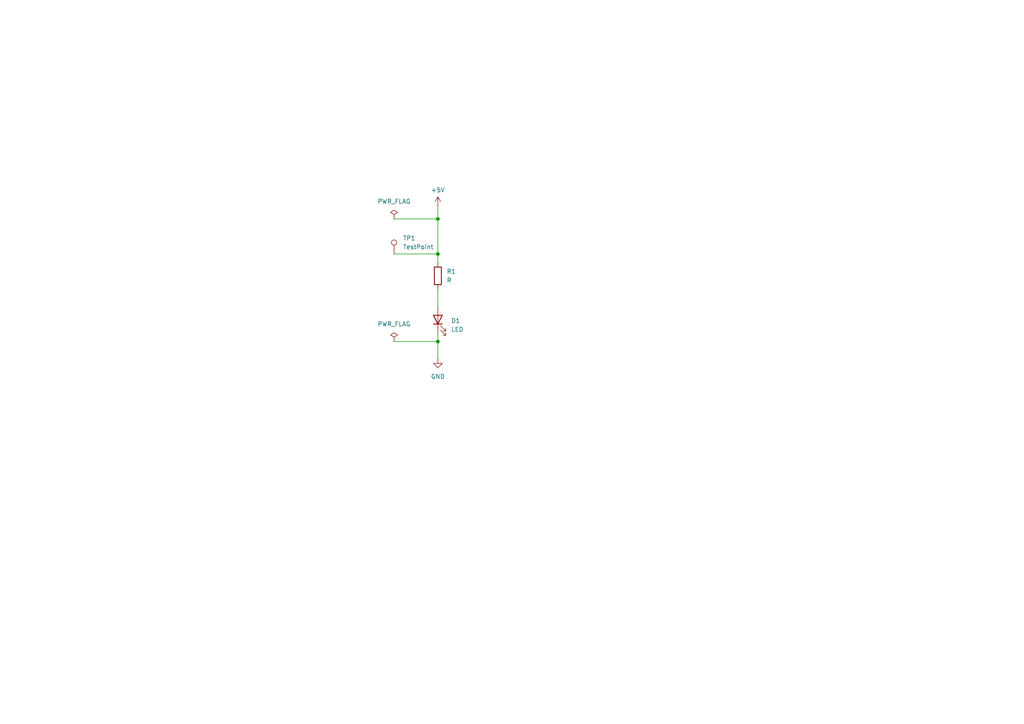
<source format=kicad_sch>
(kicad_sch
	(version 20250114)
	(generator "eeschema")
	(generator_version "9.0")
	(uuid "3a4b552d-394c-4336-b40b-d19ff4d2bdbe")
	(paper "A4")
	(lib_symbols
		(symbol "Connector:TestPoint"
			(pin_numbers
				(hide yes)
			)
			(pin_names
				(offset 0.762)
				(hide yes)
			)
			(exclude_from_sim no)
			(in_bom yes)
			(on_board yes)
			(property "Reference" "TP"
				(at 0 6.858 0)
				(effects
					(font
						(size 1.27 1.27)
					)
				)
			)
			(property "Value" "TestPoint"
				(at 0 5.08 0)
				(effects
					(font
						(size 1.27 1.27)
					)
				)
			)
			(property "Footprint" ""
				(at 5.08 0 0)
				(effects
					(font
						(size 1.27 1.27)
					)
					(hide yes)
				)
			)
			(property "Datasheet" "~"
				(at 5.08 0 0)
				(effects
					(font
						(size 1.27 1.27)
					)
					(hide yes)
				)
			)
			(property "Description" "test point"
				(at 0 0 0)
				(effects
					(font
						(size 1.27 1.27)
					)
					(hide yes)
				)
			)
			(property "ki_keywords" "test point tp"
				(at 0 0 0)
				(effects
					(font
						(size 1.27 1.27)
					)
					(hide yes)
				)
			)
			(property "ki_fp_filters" "Pin* Test*"
				(at 0 0 0)
				(effects
					(font
						(size 1.27 1.27)
					)
					(hide yes)
				)
			)
			(symbol "TestPoint_0_1"
				(circle
					(center 0 3.302)
					(radius 0.762)
					(stroke
						(width 0)
						(type default)
					)
					(fill
						(type none)
					)
				)
			)
			(symbol "TestPoint_1_1"
				(pin passive line
					(at 0 0 90)
					(length 2.54)
					(name "1"
						(effects
							(font
								(size 1.27 1.27)
							)
						)
					)
					(number "1"
						(effects
							(font
								(size 1.27 1.27)
							)
						)
					)
				)
			)
			(embedded_fonts no)
		)
		(symbol "Device:LED"
			(pin_numbers
				(hide yes)
			)
			(pin_names
				(offset 1.016)
				(hide yes)
			)
			(exclude_from_sim no)
			(in_bom yes)
			(on_board yes)
			(property "Reference" "D"
				(at 0 2.54 0)
				(effects
					(font
						(size 1.27 1.27)
					)
				)
			)
			(property "Value" "LED"
				(at 0 -2.54 0)
				(effects
					(font
						(size 1.27 1.27)
					)
				)
			)
			(property "Footprint" ""
				(at 0 0 0)
				(effects
					(font
						(size 1.27 1.27)
					)
					(hide yes)
				)
			)
			(property "Datasheet" "~"
				(at 0 0 0)
				(effects
					(font
						(size 1.27 1.27)
					)
					(hide yes)
				)
			)
			(property "Description" "Light emitting diode"
				(at 0 0 0)
				(effects
					(font
						(size 1.27 1.27)
					)
					(hide yes)
				)
			)
			(property "Sim.Pins" "1=K 2=A"
				(at 0 0 0)
				(effects
					(font
						(size 1.27 1.27)
					)
					(hide yes)
				)
			)
			(property "ki_keywords" "LED diode"
				(at 0 0 0)
				(effects
					(font
						(size 1.27 1.27)
					)
					(hide yes)
				)
			)
			(property "ki_fp_filters" "LED* LED_SMD:* LED_THT:*"
				(at 0 0 0)
				(effects
					(font
						(size 1.27 1.27)
					)
					(hide yes)
				)
			)
			(symbol "LED_0_1"
				(polyline
					(pts
						(xy -3.048 -0.762) (xy -4.572 -2.286) (xy -3.81 -2.286) (xy -4.572 -2.286) (xy -4.572 -1.524)
					)
					(stroke
						(width 0)
						(type default)
					)
					(fill
						(type none)
					)
				)
				(polyline
					(pts
						(xy -1.778 -0.762) (xy -3.302 -2.286) (xy -2.54 -2.286) (xy -3.302 -2.286) (xy -3.302 -1.524)
					)
					(stroke
						(width 0)
						(type default)
					)
					(fill
						(type none)
					)
				)
				(polyline
					(pts
						(xy -1.27 0) (xy 1.27 0)
					)
					(stroke
						(width 0)
						(type default)
					)
					(fill
						(type none)
					)
				)
				(polyline
					(pts
						(xy -1.27 -1.27) (xy -1.27 1.27)
					)
					(stroke
						(width 0.254)
						(type default)
					)
					(fill
						(type none)
					)
				)
				(polyline
					(pts
						(xy 1.27 -1.27) (xy 1.27 1.27) (xy -1.27 0) (xy 1.27 -1.27)
					)
					(stroke
						(width 0.254)
						(type default)
					)
					(fill
						(type none)
					)
				)
			)
			(symbol "LED_1_1"
				(pin passive line
					(at -3.81 0 0)
					(length 2.54)
					(name "K"
						(effects
							(font
								(size 1.27 1.27)
							)
						)
					)
					(number "1"
						(effects
							(font
								(size 1.27 1.27)
							)
						)
					)
				)
				(pin passive line
					(at 3.81 0 180)
					(length 2.54)
					(name "A"
						(effects
							(font
								(size 1.27 1.27)
							)
						)
					)
					(number "2"
						(effects
							(font
								(size 1.27 1.27)
							)
						)
					)
				)
			)
			(embedded_fonts no)
		)
		(symbol "Device:R"
			(pin_numbers
				(hide yes)
			)
			(pin_names
				(offset 0)
			)
			(exclude_from_sim no)
			(in_bom yes)
			(on_board yes)
			(property "Reference" "R"
				(at 2.032 0 90)
				(effects
					(font
						(size 1.27 1.27)
					)
				)
			)
			(property "Value" "R"
				(at 0 0 90)
				(effects
					(font
						(size 1.27 1.27)
					)
				)
			)
			(property "Footprint" ""
				(at -1.778 0 90)
				(effects
					(font
						(size 1.27 1.27)
					)
					(hide yes)
				)
			)
			(property "Datasheet" "~"
				(at 0 0 0)
				(effects
					(font
						(size 1.27 1.27)
					)
					(hide yes)
				)
			)
			(property "Description" "Resistor"
				(at 0 0 0)
				(effects
					(font
						(size 1.27 1.27)
					)
					(hide yes)
				)
			)
			(property "ki_keywords" "R res resistor"
				(at 0 0 0)
				(effects
					(font
						(size 1.27 1.27)
					)
					(hide yes)
				)
			)
			(property "ki_fp_filters" "R_*"
				(at 0 0 0)
				(effects
					(font
						(size 1.27 1.27)
					)
					(hide yes)
				)
			)
			(symbol "R_0_1"
				(rectangle
					(start -1.016 -2.54)
					(end 1.016 2.54)
					(stroke
						(width 0.254)
						(type default)
					)
					(fill
						(type none)
					)
				)
			)
			(symbol "R_1_1"
				(pin passive line
					(at 0 3.81 270)
					(length 1.27)
					(name "~"
						(effects
							(font
								(size 1.27 1.27)
							)
						)
					)
					(number "1"
						(effects
							(font
								(size 1.27 1.27)
							)
						)
					)
				)
				(pin passive line
					(at 0 -3.81 90)
					(length 1.27)
					(name "~"
						(effects
							(font
								(size 1.27 1.27)
							)
						)
					)
					(number "2"
						(effects
							(font
								(size 1.27 1.27)
							)
						)
					)
				)
			)
			(embedded_fonts no)
		)
		(symbol "power:+5V"
			(power)
			(pin_numbers
				(hide yes)
			)
			(pin_names
				(offset 0)
				(hide yes)
			)
			(exclude_from_sim no)
			(in_bom yes)
			(on_board yes)
			(property "Reference" "#PWR"
				(at 0 -3.81 0)
				(effects
					(font
						(size 1.27 1.27)
					)
					(hide yes)
				)
			)
			(property "Value" "+5V"
				(at 0 3.556 0)
				(effects
					(font
						(size 1.27 1.27)
					)
				)
			)
			(property "Footprint" ""
				(at 0 0 0)
				(effects
					(font
						(size 1.27 1.27)
					)
					(hide yes)
				)
			)
			(property "Datasheet" ""
				(at 0 0 0)
				(effects
					(font
						(size 1.27 1.27)
					)
					(hide yes)
				)
			)
			(property "Description" "Power symbol creates a global label with name \"+5V\""
				(at 0 0 0)
				(effects
					(font
						(size 1.27 1.27)
					)
					(hide yes)
				)
			)
			(property "ki_keywords" "global power"
				(at 0 0 0)
				(effects
					(font
						(size 1.27 1.27)
					)
					(hide yes)
				)
			)
			(symbol "+5V_0_1"
				(polyline
					(pts
						(xy -0.762 1.27) (xy 0 2.54)
					)
					(stroke
						(width 0)
						(type default)
					)
					(fill
						(type none)
					)
				)
				(polyline
					(pts
						(xy 0 2.54) (xy 0.762 1.27)
					)
					(stroke
						(width 0)
						(type default)
					)
					(fill
						(type none)
					)
				)
				(polyline
					(pts
						(xy 0 0) (xy 0 2.54)
					)
					(stroke
						(width 0)
						(type default)
					)
					(fill
						(type none)
					)
				)
			)
			(symbol "+5V_1_1"
				(pin power_in line
					(at 0 0 90)
					(length 0)
					(name "~"
						(effects
							(font
								(size 1.27 1.27)
							)
						)
					)
					(number "1"
						(effects
							(font
								(size 1.27 1.27)
							)
						)
					)
				)
			)
			(embedded_fonts no)
		)
		(symbol "power:GND"
			(power)
			(pin_numbers
				(hide yes)
			)
			(pin_names
				(offset 0)
				(hide yes)
			)
			(exclude_from_sim no)
			(in_bom yes)
			(on_board yes)
			(property "Reference" "#PWR"
				(at 0 -6.35 0)
				(effects
					(font
						(size 1.27 1.27)
					)
					(hide yes)
				)
			)
			(property "Value" "GND"
				(at 0 -3.81 0)
				(effects
					(font
						(size 1.27 1.27)
					)
				)
			)
			(property "Footprint" ""
				(at 0 0 0)
				(effects
					(font
						(size 1.27 1.27)
					)
					(hide yes)
				)
			)
			(property "Datasheet" ""
				(at 0 0 0)
				(effects
					(font
						(size 1.27 1.27)
					)
					(hide yes)
				)
			)
			(property "Description" "Power symbol creates a global label with name \"GND\" , ground"
				(at 0 0 0)
				(effects
					(font
						(size 1.27 1.27)
					)
					(hide yes)
				)
			)
			(property "ki_keywords" "global power"
				(at 0 0 0)
				(effects
					(font
						(size 1.27 1.27)
					)
					(hide yes)
				)
			)
			(symbol "GND_0_1"
				(polyline
					(pts
						(xy 0 0) (xy 0 -1.27) (xy 1.27 -1.27) (xy 0 -2.54) (xy -1.27 -1.27) (xy 0 -1.27)
					)
					(stroke
						(width 0)
						(type default)
					)
					(fill
						(type none)
					)
				)
			)
			(symbol "GND_1_1"
				(pin power_in line
					(at 0 0 270)
					(length 0)
					(name "~"
						(effects
							(font
								(size 1.27 1.27)
							)
						)
					)
					(number "1"
						(effects
							(font
								(size 1.27 1.27)
							)
						)
					)
				)
			)
			(embedded_fonts no)
		)
		(symbol "power:PWR_FLAG"
			(power)
			(pin_numbers
				(hide yes)
			)
			(pin_names
				(offset 0)
				(hide yes)
			)
			(exclude_from_sim no)
			(in_bom yes)
			(on_board yes)
			(property "Reference" "#FLG"
				(at 0 1.905 0)
				(effects
					(font
						(size 1.27 1.27)
					)
					(hide yes)
				)
			)
			(property "Value" "PWR_FLAG"
				(at 0 3.81 0)
				(effects
					(font
						(size 1.27 1.27)
					)
				)
			)
			(property "Footprint" ""
				(at 0 0 0)
				(effects
					(font
						(size 1.27 1.27)
					)
					(hide yes)
				)
			)
			(property "Datasheet" "~"
				(at 0 0 0)
				(effects
					(font
						(size 1.27 1.27)
					)
					(hide yes)
				)
			)
			(property "Description" "Special symbol for telling ERC where power comes from"
				(at 0 0 0)
				(effects
					(font
						(size 1.27 1.27)
					)
					(hide yes)
				)
			)
			(property "ki_keywords" "flag power"
				(at 0 0 0)
				(effects
					(font
						(size 1.27 1.27)
					)
					(hide yes)
				)
			)
			(symbol "PWR_FLAG_0_0"
				(pin power_out line
					(at 0 0 90)
					(length 0)
					(name "~"
						(effects
							(font
								(size 1.27 1.27)
							)
						)
					)
					(number "1"
						(effects
							(font
								(size 1.27 1.27)
							)
						)
					)
				)
			)
			(symbol "PWR_FLAG_0_1"
				(polyline
					(pts
						(xy 0 0) (xy 0 1.27) (xy -1.016 1.905) (xy 0 2.54) (xy 1.016 1.905) (xy 0 1.27)
					)
					(stroke
						(width 0)
						(type default)
					)
					(fill
						(type none)
					)
				)
			)
			(embedded_fonts no)
		)
	)
	(junction
		(at 127 99.06)
		(diameter 0)
		(color 0 0 0 0)
		(uuid "1908c47c-4555-4105-9cba-c6904787ddc5")
	)
	(junction
		(at 127 63.5)
		(diameter 0)
		(color 0 0 0 0)
		(uuid "b5a376ca-ea21-4f0c-8b2f-e60dfc636270")
	)
	(junction
		(at 127 73.66)
		(diameter 0)
		(color 0 0 0 0)
		(uuid "c665a91a-e0d3-4eba-9a1c-9895af15c4c3")
	)
	(wire
		(pts
			(xy 114.3 99.06) (xy 127 99.06)
		)
		(stroke
			(width 0)
			(type default)
		)
		(uuid "53f0e899-b6c2-490a-8657-03e772b5dced")
	)
	(wire
		(pts
			(xy 127 83.82) (xy 127 88.9)
		)
		(stroke
			(width 0)
			(type default)
		)
		(uuid "64444120-b1e0-4f74-a945-3d0e27647a46")
	)
	(wire
		(pts
			(xy 114.3 73.66) (xy 127 73.66)
		)
		(stroke
			(width 0)
			(type default)
		)
		(uuid "75ee23a8-2e3a-4bbb-9c62-206ed8770cc8")
	)
	(wire
		(pts
			(xy 127 96.52) (xy 127 99.06)
		)
		(stroke
			(width 0)
			(type default)
		)
		(uuid "7da494a4-ac29-47bd-a8f6-ea6800ebbcce")
	)
	(wire
		(pts
			(xy 127 59.69) (xy 127 63.5)
		)
		(stroke
			(width 0)
			(type default)
		)
		(uuid "beb450db-9bf8-4328-94e9-45200a124a7b")
	)
	(wire
		(pts
			(xy 127 99.06) (xy 127 104.14)
		)
		(stroke
			(width 0)
			(type default)
		)
		(uuid "e6a943d7-2ba3-45d9-8b40-7f074e4ff3d3")
	)
	(wire
		(pts
			(xy 114.3 63.5) (xy 127 63.5)
		)
		(stroke
			(width 0)
			(type default)
		)
		(uuid "ece6dfe9-8f1b-4d31-ab8b-a1c30915a1ad")
	)
	(wire
		(pts
			(xy 127 73.66) (xy 127 76.2)
		)
		(stroke
			(width 0)
			(type default)
		)
		(uuid "f1cf7bd4-c7d8-4faa-bdf9-8622f1de21d3")
	)
	(wire
		(pts
			(xy 127 63.5) (xy 127 73.66)
		)
		(stroke
			(width 0)
			(type default)
		)
		(uuid "fb36a8bc-7631-448e-aba3-c8ed6eb8e032")
	)
	(symbol
		(lib_id "power:PWR_FLAG")
		(at 114.3 99.06 0)
		(unit 1)
		(exclude_from_sim no)
		(in_bom yes)
		(on_board yes)
		(dnp no)
		(fields_autoplaced yes)
		(uuid "0ff2ab1c-8287-4cb1-bd30-910dca98b110")
		(property "Reference" "#FLG02"
			(at 114.3 97.155 0)
			(effects
				(font
					(size 1.27 1.27)
				)
				(hide yes)
			)
		)
		(property "Value" "PWR_FLAG"
			(at 114.3 93.98 0)
			(effects
				(font
					(size 1.27 1.27)
				)
			)
		)
		(property "Footprint" ""
			(at 114.3 99.06 0)
			(effects
				(font
					(size 1.27 1.27)
				)
				(hide yes)
			)
		)
		(property "Datasheet" "~"
			(at 114.3 99.06 0)
			(effects
				(font
					(size 1.27 1.27)
				)
				(hide yes)
			)
		)
		(property "Description" "Special symbol for telling ERC where power comes from"
			(at 114.3 99.06 0)
			(effects
				(font
					(size 1.27 1.27)
				)
				(hide yes)
			)
		)
		(pin "1"
			(uuid "e61ef947-d228-4a0d-b1be-9a70eace2dc2")
		)
		(instances
			(project ""
				(path "/3a4b552d-394c-4336-b40b-d19ff4d2bdbe"
					(reference "#FLG02")
					(unit 1)
				)
			)
		)
	)
	(symbol
		(lib_id "Device:LED")
		(at 127 92.71 90)
		(unit 1)
		(exclude_from_sim no)
		(in_bom yes)
		(on_board yes)
		(dnp no)
		(fields_autoplaced yes)
		(uuid "128b886a-9966-464b-9b00-71a64a8963b4")
		(property "Reference" "D1"
			(at 130.81 93.0274 90)
			(effects
				(font
					(size 1.27 1.27)
				)
				(justify right)
			)
		)
		(property "Value" "LED"
			(at 130.81 95.5674 90)
			(effects
				(font
					(size 1.27 1.27)
				)
				(justify right)
			)
		)
		(property "Footprint" "LED_SMD:LED_0603_1608Metric"
			(at 127 92.71 0)
			(effects
				(font
					(size 1.27 1.27)
				)
				(hide yes)
			)
		)
		(property "Datasheet" "~"
			(at 127 92.71 0)
			(effects
				(font
					(size 1.27 1.27)
				)
				(hide yes)
			)
		)
		(property "Description" "Light emitting diode"
			(at 127 92.71 0)
			(effects
				(font
					(size 1.27 1.27)
				)
				(hide yes)
			)
		)
		(property "Sim.Pins" "1=K 2=A"
			(at 127 92.71 0)
			(effects
				(font
					(size 1.27 1.27)
				)
				(hide yes)
			)
		)
		(pin "1"
			(uuid "0121cd79-9d2e-4b13-aa5b-4be64a9993bb")
		)
		(pin "2"
			(uuid "9d6aa172-7644-4f52-a6d2-f4b290e66705")
		)
		(instances
			(project ""
				(path "/3a4b552d-394c-4336-b40b-d19ff4d2bdbe"
					(reference "D1")
					(unit 1)
				)
			)
		)
	)
	(symbol
		(lib_id "Connector:TestPoint")
		(at 114.3 73.66 0)
		(unit 1)
		(exclude_from_sim no)
		(in_bom yes)
		(on_board yes)
		(dnp no)
		(fields_autoplaced yes)
		(uuid "17beeed8-f6ac-41b9-80af-a30d2d724857")
		(property "Reference" "TP1"
			(at 116.84 69.0879 0)
			(effects
				(font
					(size 1.27 1.27)
				)
				(justify left)
			)
		)
		(property "Value" "TestPoint"
			(at 116.84 71.6279 0)
			(effects
				(font
					(size 1.27 1.27)
				)
				(justify left)
			)
		)
		(property "Footprint" "TestPoint:TestPoint_Pad_D1.0mm"
			(at 119.38 73.66 0)
			(effects
				(font
					(size 1.27 1.27)
				)
				(hide yes)
			)
		)
		(property "Datasheet" "~"
			(at 119.38 73.66 0)
			(effects
				(font
					(size 1.27 1.27)
				)
				(hide yes)
			)
		)
		(property "Description" "test point"
			(at 114.3 73.66 0)
			(effects
				(font
					(size 1.27 1.27)
				)
				(hide yes)
			)
		)
		(pin "1"
			(uuid "55eb2308-5d64-4134-ac4b-9ffde0c0539b")
		)
		(instances
			(project ""
				(path "/3a4b552d-394c-4336-b40b-d19ff4d2bdbe"
					(reference "TP1")
					(unit 1)
				)
			)
		)
	)
	(symbol
		(lib_id "power:+5V")
		(at 127 59.69 0)
		(unit 1)
		(exclude_from_sim no)
		(in_bom yes)
		(on_board yes)
		(dnp no)
		(uuid "6e1c9258-59d3-4e23-821f-e56ef32e5fd0")
		(property "Reference" "#PWR01"
			(at 127 63.5 0)
			(effects
				(font
					(size 1.27 1.27)
				)
				(hide yes)
			)
		)
		(property "Value" "+5V"
			(at 127 55.118 0)
			(effects
				(font
					(size 1.27 1.27)
				)
			)
		)
		(property "Footprint" ""
			(at 127 59.69 0)
			(effects
				(font
					(size 1.27 1.27)
				)
				(hide yes)
			)
		)
		(property "Datasheet" ""
			(at 127 59.69 0)
			(effects
				(font
					(size 1.27 1.27)
				)
				(hide yes)
			)
		)
		(property "Description" "Power symbol creates a global label with name \"+5V\""
			(at 127 59.69 0)
			(effects
				(font
					(size 1.27 1.27)
				)
				(hide yes)
			)
		)
		(pin "1"
			(uuid "f91c3678-5c53-479e-953c-140263b4970a")
		)
		(instances
			(project ""
				(path "/3a4b552d-394c-4336-b40b-d19ff4d2bdbe"
					(reference "#PWR01")
					(unit 1)
				)
			)
		)
	)
	(symbol
		(lib_id "Device:R")
		(at 127 80.01 0)
		(unit 1)
		(exclude_from_sim no)
		(in_bom yes)
		(on_board yes)
		(dnp no)
		(fields_autoplaced yes)
		(uuid "9648929e-973c-4538-876c-6e2f92cb1841")
		(property "Reference" "R1"
			(at 129.54 78.7399 0)
			(effects
				(font
					(size 1.27 1.27)
				)
				(justify left)
			)
		)
		(property "Value" "R"
			(at 129.54 81.2799 0)
			(effects
				(font
					(size 1.27 1.27)
				)
				(justify left)
			)
		)
		(property "Footprint" "Resistor_SMD:R_0603_1608Metric"
			(at 125.222 80.01 90)
			(effects
				(font
					(size 1.27 1.27)
				)
				(hide yes)
			)
		)
		(property "Datasheet" "~"
			(at 127 80.01 0)
			(effects
				(font
					(size 1.27 1.27)
				)
				(hide yes)
			)
		)
		(property "Description" "Resistor"
			(at 127 80.01 0)
			(effects
				(font
					(size 1.27 1.27)
				)
				(hide yes)
			)
		)
		(pin "1"
			(uuid "d700b335-cef1-466a-86bd-03e3547cf2b0")
		)
		(pin "2"
			(uuid "37cab7d7-4d0b-4333-aae1-eaf000fbfa97")
		)
		(instances
			(project ""
				(path "/3a4b552d-394c-4336-b40b-d19ff4d2bdbe"
					(reference "R1")
					(unit 1)
				)
			)
		)
	)
	(symbol
		(lib_id "power:GND")
		(at 127 104.14 0)
		(unit 1)
		(exclude_from_sim no)
		(in_bom yes)
		(on_board yes)
		(dnp no)
		(fields_autoplaced yes)
		(uuid "e09532b2-c345-4303-9262-cdc743630935")
		(property "Reference" "#PWR02"
			(at 127 110.49 0)
			(effects
				(font
					(size 1.27 1.27)
				)
				(hide yes)
			)
		)
		(property "Value" "GND"
			(at 127 109.22 0)
			(effects
				(font
					(size 1.27 1.27)
				)
			)
		)
		(property "Footprint" ""
			(at 127 104.14 0)
			(effects
				(font
					(size 1.27 1.27)
				)
				(hide yes)
			)
		)
		(property "Datasheet" ""
			(at 127 104.14 0)
			(effects
				(font
					(size 1.27 1.27)
				)
				(hide yes)
			)
		)
		(property "Description" "Power symbol creates a global label with name \"GND\" , ground"
			(at 127 104.14 0)
			(effects
				(font
					(size 1.27 1.27)
				)
				(hide yes)
			)
		)
		(pin "1"
			(uuid "c4f2d16a-d3f9-4c75-9995-dd4e455fc791")
		)
		(instances
			(project ""
				(path "/3a4b552d-394c-4336-b40b-d19ff4d2bdbe"
					(reference "#PWR02")
					(unit 1)
				)
			)
		)
	)
	(symbol
		(lib_id "power:PWR_FLAG")
		(at 114.3 63.5 0)
		(unit 1)
		(exclude_from_sim no)
		(in_bom yes)
		(on_board yes)
		(dnp no)
		(fields_autoplaced yes)
		(uuid "e23e9510-95e4-4e76-9be4-0d47bb065bc1")
		(property "Reference" "#FLG01"
			(at 114.3 61.595 0)
			(effects
				(font
					(size 1.27 1.27)
				)
				(hide yes)
			)
		)
		(property "Value" "PWR_FLAG"
			(at 114.3 58.42 0)
			(effects
				(font
					(size 1.27 1.27)
				)
			)
		)
		(property "Footprint" ""
			(at 114.3 63.5 0)
			(effects
				(font
					(size 1.27 1.27)
				)
				(hide yes)
			)
		)
		(property "Datasheet" "~"
			(at 114.3 63.5 0)
			(effects
				(font
					(size 1.27 1.27)
				)
				(hide yes)
			)
		)
		(property "Description" "Special symbol for telling ERC where power comes from"
			(at 114.3 63.5 0)
			(effects
				(font
					(size 1.27 1.27)
				)
				(hide yes)
			)
		)
		(pin "1"
			(uuid "6444fee4-8073-4eb8-a7d9-980fbb6cfd0a")
		)
		(instances
			(project ""
				(path "/3a4b552d-394c-4336-b40b-d19ff4d2bdbe"
					(reference "#FLG01")
					(unit 1)
				)
			)
		)
	)
	(sheet_instances
		(path "/"
			(page "1")
		)
	)
	(embedded_fonts no)
)

</source>
